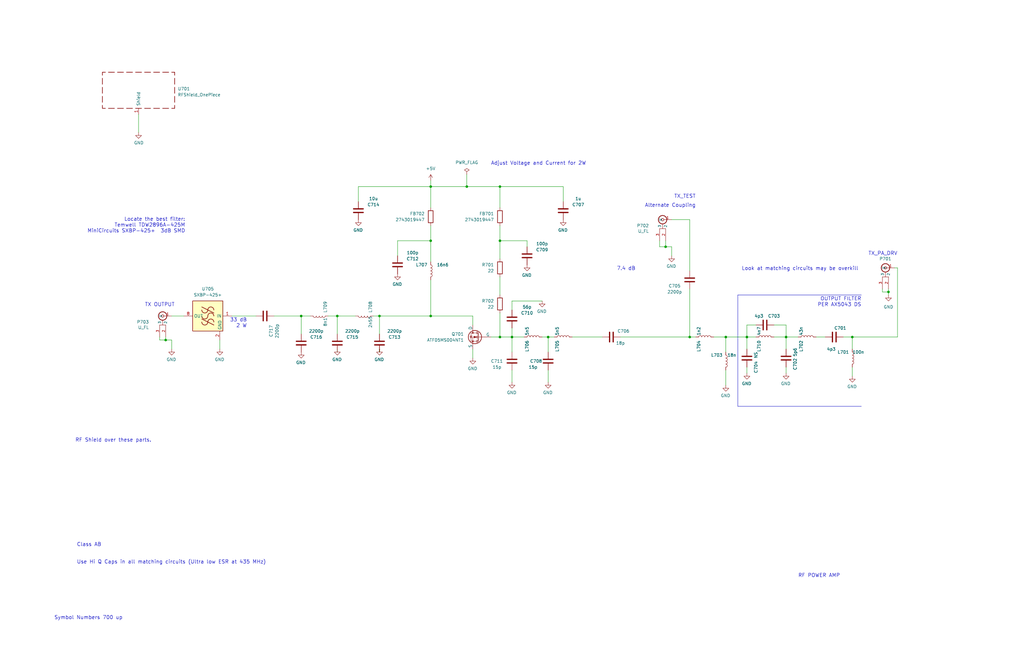
<source format=kicad_sch>
(kicad_sch (version 20230121) (generator eeschema)
  (paper "USLedger")
  (title_block (title "Radiation Tolerant PacSat Communication") (date "2023-06-17") (rev "A") (company "AMSAT-NA") (comment 1 "N5BRG"))
  (lib_symbols
    (symbol "Device:C" (pin_numbers hide) (pin_names (offset 0.254))
      (property "Reference" "C" (at 0.635 2.54 0))
      (property "Value" "C" (at 0.635 -2.54 0))
      (symbol "C_0_1"
        (polyline (pts (xy -2.032 -0.762) (xy 2.032 -0.762)) (stroke (width 0.508)))
        (polyline (pts (xy -2.032 0.762) (xy 2.032 0.762)) (stroke (width 0.508)))
      )
      (symbol "C_1_1"
        (pin passive line (at 0 3.81 270) (length 2.794) (name "~") (number "1"))
        (pin passive line (at 0 -3.81 90) (length 2.794) (name "~") (number "2"))
      )
    )
    (symbol "Device:L" (pin_numbers hide) (pin_names (offset 1.016) hide)
      (property "Reference" "L" (at -1.27 0 90))
      (property "Value" "L" (at 1.905 0 90))
      (symbol "L_0_1"
        (arc (start 0 -2.54) (mid 0.6323 -1.905) (end 0 -1.27))
        (arc (start 0 -1.27) (mid 0.6323 -0.635) (end 0 0))
        (arc (start 0 0) (mid 0.6323 0.635) (end 0 1.27))
        (arc (start 0 1.27) (mid 0.6323 1.905) (end 0 2.54))
      )
      (symbol "L_1_1"
        (pin passive line (at 0 3.81 270) (length 1.27) (name "1") (number "1"))
        (pin passive line (at 0 -3.81 90) (length 1.27) (name "2") (number "2"))
      )
    )
    (symbol "Device:R" (pin_numbers hide) (pin_names (offset 0))
      (property "Reference" "R" (at 2.032 0 90))
      (property "Value" "R" (at 0 0 90))
      (symbol "R_0_1"
        (rectangle (start -1.016 -2.54) (end 1.016 2.54) (stroke (width 0.254)))
      )
      (symbol "R_1_1"
        (pin passive line (at 0 3.81 270) (length 1.27) (name "~") (number "1"))
        (pin passive line (at 0 -3.81 90) (length 1.27) (name "~") (number "2"))
      )
    )
    (symbol "Device:RFShield_OnePiece" (pin_names (offset 1.016))
      (property "Reference" "J" (at 0 5.08 0))
      (property "Value" "RFShield_OnePiece" (at 0 2.54 0))
      (symbol "RFShield_OnePiece_0_1"
        (polyline (pts (xy -15.24 -5.08) (xy -15.24 -2.54)) (stroke (width 0.254)))
        (polyline (pts (xy -15.24 -1.27) (xy -15.24 1.27)) (stroke (width 0.254)))
        (polyline (pts (xy -15.24 2.54) (xy -15.24 5.08)) (stroke (width 0.254)))
        (polyline (pts (xy -12.7 7.62) (xy -10.16 7.62)) (stroke (width 0.254)))
        (polyline (pts (xy -10.16 -7.62) (xy -12.7 -7.62)) (stroke (width 0.254)))
        (polyline (pts (xy -6.35 -7.62) (xy -8.89 -7.62)) (stroke (width 0.254)))
        (polyline (pts (xy -6.35 7.62) (xy -8.89 7.62)) (stroke (width 0.254)))
        (polyline (pts (xy -2.54 -7.62) (xy -5.08 -7.62)) (stroke (width 0.254)))
        (polyline (pts (xy -2.54 7.62) (xy -5.08 7.62)) (stroke (width 0.254)))
        (polyline (pts (xy -1.27 -7.62) (xy 1.27 -7.62)) (stroke (width 0.254)))
        (polyline (pts (xy 1.27 7.62) (xy -1.27 7.62)) (stroke (width 0.254)))
        (polyline (pts (xy 2.54 -7.62) (xy 5.08 -7.62)) (stroke (width 0.254)))
        (polyline (pts (xy 5.08 7.62) (xy 2.54 7.62)) (stroke (width 0.254)))
        (polyline (pts (xy 6.35 -7.62) (xy 8.89 -7.62)) (stroke (width 0.254)))
        (polyline (pts (xy 8.89 7.62) (xy 6.35 7.62)) (stroke (width 0.254)))
        (polyline (pts (xy 10.16 -7.62) (xy 12.7 -7.62)) (stroke (width 0.254)))
        (polyline (pts (xy 12.7 7.62) (xy 10.16 7.62)) (stroke (width 0.254)))
        (polyline (pts (xy 15.24 -5.08) (xy 15.24 -2.54)) (stroke (width 0.254)))
        (polyline (pts (xy 15.24 -1.27) (xy 15.24 1.27)) (stroke (width 0.254)))
        (polyline (pts (xy 15.24 2.54) (xy 15.24 5.08)) (stroke (width 0.254)))
        (polyline (pts (xy -15.24 6.35) (xy -15.24 7.62) (xy -13.97 7.62)) (stroke (width 0.254)))
        (polyline (pts (xy -13.97 -7.62) (xy -15.24 -7.62) (xy -15.24 -6.35)) (stroke (width 0.254)))
        (polyline (pts (xy 13.97 -7.62) (xy 15.24 -7.62) (xy 15.24 -6.35)) (stroke (width 0.254)))
        (polyline (pts (xy 15.24 6.35) (xy 15.24 7.62) (xy 13.97 7.62)) (stroke (width 0.254)))
      )
      (symbol "RFShield_OnePiece_1_1"
        (pin passive line (at 0 -10.16 90) (length 2.54) (name "Shield") (number "1"))
      )
    )
    (symbol "PACSAT_DEV_misc:NMOS" (pin_numbers hide) (pin_names (offset 0))
      (property "Reference" "Q?" (at 6.35 1.27 0))
      (property "Value" "ATF05MS004NT1" (at 6.35 -1.27 0))
      (symbol "NMOS_0_1"
        (polyline (pts (xy 0.254 0) (xy -2.54 0)))
        (polyline (pts (xy 0.254 1.905) (xy 0.254 -1.905)) (stroke (width 0.254)))
        (polyline (pts (xy 0.762 -1.27) (xy 0.762 -2.286)) (stroke (width 0.254)))
        (polyline (pts (xy 0.762 0.508) (xy 0.762 -0.508)) (stroke (width 0.254)))
        (polyline (pts (xy 0.762 2.286) (xy 0.762 1.27)) (stroke (width 0.254)))
        (polyline (pts (xy 2.54 2.54) (xy 2.54 1.778)))
        (polyline (pts (xy 2.54 -2.54) (xy 2.54 0) (xy 0.762 0)))
        (polyline (pts (xy 0.762 -1.778) (xy 3.302 -1.778) (xy 3.302 1.778) (xy 0.762 1.778)))
        (polyline (pts (xy 1.016 0) (xy 2.032 0.381) (xy 2.032 -0.381) (xy 1.016 0)) (fill (type outline)))
        (polyline (pts (xy 2.794 0.508) (xy 2.921 0.381) (xy 3.683 0.381) (xy 3.81 0.254)))
        (polyline (pts (xy 3.302 0.381) (xy 2.921 -0.254) (xy 3.683 -0.254) (xy 3.302 0.381)))
        (circle (center 1.651 0) (radius 2.794) (stroke (width 0.254)))
        (circle (center 2.54 -1.778) (radius 0.254) (fill (type outline)))
        (circle (center 2.54 1.778) (radius 0.254) (fill (type outline)))
      )
      (symbol "NMOS_1_1"
        (pin input line (at -5.08 0 0) (length 2.54) (name "G") (number "1"))
        (pin passive line (at 2.54 -5.08 90) (length 2.54) (name "S") (number "2"))
        (pin passive line (at 2.54 5.08 270) (length 2.54) (name "D") (number "3"))
      )
    )
    (symbol "PACSAT_DEV_misc:U_FL"
      (property "Reference" "U" (at -3.81 2.54 0))
      (symbol "U_FL_0_1"
        (polyline (pts (xy -1.27 -3.81) (xy 1.27 -3.81)))
        (polyline (pts (xy 0 -3.81) (xy 0 -1.778)))
        (circle (center 0 0) (radius 0.508) (stroke (width 0.2032)))
        (circle (center 0 0) (radius 1.778) (stroke (width 0.3048)))
      )
      (symbol "U_FL_1_1"
        (pin bidirectional line (at -3.81 0 0) (length 3.302) (name "In") (number "1"))
        (pin power_in line (at -1.27 -8.89 90) (length 5.08) (name "2") (number "2"))
        (pin power_in line (at 1.27 -8.89 90) (length 5.08) (name "3") (number "3"))
      )
    )
    (symbol "RF_Filter:SXBP-202"
      (property "Reference" "U" (at -6.35 7.62 0))
      (property "Value" "SXBP-202" (at 6.35 7.62 0))
      (symbol "SXBP-202_0_1"
        (rectangle (start -6.35 6.35) (end 6.35 -6.35) (stroke (width 0.254)) (fill (type background)))
        (arc (start 0 -2.54) (mid -1.27 -1.2755) (end -2.54 -2.54) (stroke (width 0.254)))
        (arc (start 0 -2.54) (mid 1.27 -3.8045) (end 2.54 -2.54) (stroke (width 0.254)))
        (arc (start 0 0) (mid -1.27 1.2645) (end -2.54 0) (stroke (width 0.254)))
        (polyline (pts (xy -2.54 -3.81) (xy 2.54 -1.27)) (stroke (width 0.254)))
        (polyline (pts (xy -2.54 1.27) (xy 2.54 3.81)) (stroke (width 0.254)))
        (arc (start 0 0) (mid 1.27 -1.2645) (end 2.54 0) (stroke (width 0.254)))
        (arc (start 0 2.54) (mid -1.27 3.8045) (end -2.54 2.54) (stroke (width 0.254)))
        (arc (start 0 2.54) (mid 1.27 1.2755) (end 2.54 2.54) (stroke (width 0.254)))
      )
      (symbol "SXBP-202_1_1"
        (pin input line (at -10.16 0 0) (length 3.81) (name "IN") (number "1"))
        (pin power_in line (at -5.08 -10.16 90) (length 3.81) (name "GND") (number "2"))
        (pin passive line (at -5.08 -10.16 90) (length 3.81) hide (name "GND") (number "3"))
        (pin passive line (at -5.08 -10.16 90) (length 3.81) hide (name "GND") (number "4"))
        (pin passive line (at -5.08 -10.16 90) (length 3.81) hide (name "GND") (number "5"))
        (pin passive line (at -5.08 -10.16 90) (length 3.81) hide (name "GND") (number "6"))
        (pin passive line (at -5.08 -10.16 90) (length 3.81) hide (name "GND") (number "7"))
        (pin output line (at 10.16 0 180) (length 3.81) (name "OUT") (number "8"))
      )
    )
    (symbol "power:+5V" (power) (pin_names (offset 0))
      (property "Value" "+5V" (at 0 3.556 0))
      (symbol "+5V_0_1"
        (polyline (pts (xy -0.762 1.27) (xy 0 2.54)))
        (polyline (pts (xy 0 0) (xy 0 2.54)))
        (polyline (pts (xy 0 2.54) (xy 0.762 1.27)))
      )
      (symbol "+5V_1_1"
        (pin power_in line (at 0 0 90) (length 0) hide (name "+5V") (number "1"))
      )
    )
    (symbol "power:GND" (power) (pin_names (offset 0))
      (property "Value" "GND" (at 0 -3.81 0))
      (symbol "GND_0_1"
        (polyline (pts (xy 0 0) (xy 0 -1.27) (xy 1.27 -1.27) (xy 0 -2.54) (xy -1.27 -1.27) (xy 0 -1.27)))
      )
      (symbol "GND_1_1"
        (pin power_in line (at 0 0 270) (length 0) hide (name "GND") (number "1"))
      )
    )
    (symbol "power:PWR_FLAG" (power) (pin_numbers hide) (pin_names (offset 0) hide)
      (property "Value" "PWR_FLAG" (at 0 3.81 0))
      (symbol "PWR_FLAG_0_0"
        (pin power_out line (at 0 0 90) (length 0) (name "pwr") (number "1"))
      )
      (symbol "PWR_FLAG_0_1"
        (polyline (pts (xy 0 0) (xy 0 1.27) (xy -1.016 1.905) (xy 0 2.54) (xy 1.016 1.905) (xy 0 1.27)))
      )
    )
  )
  (junction (at 127 133.35))
  (junction (at 314.96 142.24))
  (junction (at 142.24 133.35))
  (junction (at 231.14 142.24))
  (junction (at 306.07 142.24))
  (junction (at 215.9 142.24))
  (junction (at 181.61 101.6))
  (junction (at 181.61 133.35))
  (junction (at 210.82 142.24))
  (junction (at 69.85 143.51))
  (junction (at 331.47 142.24))
  (junction (at 160.02 133.35))
  (junction (at 210.82 78.74))
  (junction (at 359.41 142.24))
  (junction (at 181.61 78.74))
  (junction (at 210.82 101.6))
  (junction (at 290.83 142.24))
  (junction (at 280.67 104.14))
  (junction (at 196.85 78.74))
  (junction (at 374.65 123.19))
  (wire (pts (xy 210.82 101.6) (xy 210.82 109.22)))
  (wire (pts (xy 69.85 143.51) (xy 69.85 142.24)))
  (wire (pts (xy 210.82 116.84) (xy 210.82 124.46)))
  (wire (pts (xy 378.46 142.24) (xy 359.41 142.24)))
  (wire (pts (xy 378.46 113.03) (xy 378.46 142.24)))
  (wire (pts (xy 199.39 147.32) (xy 199.39 151.13)))
  (wire (pts (xy 142.24 133.35) (xy 138.43 133.35)))
  (wire (pts (xy 293.37 142.24) (xy 290.83 142.24)))
  (wire (pts (xy 237.49 78.74) (xy 210.82 78.74)))
  (wire (pts (xy 233.68 142.24) (xy 231.14 142.24)))
  (wire (pts (xy 372.11 121.92) (xy 372.11 123.19)))
  (wire (pts (xy 181.61 78.74) (xy 181.61 87.63)))
  (wire (pts (xy 359.41 142.24) (xy 359.41 147.32)))
  (wire (pts (xy 331.47 137.16) (xy 326.39 137.16)))
  (polyline (pts (xy 311.15 124.46) (xy 311.15 171.45)))
  (wire (pts (xy 254 142.24) (xy 241.3 142.24)))
  (wire (pts (xy 92.71 147.32) (xy 92.71 143.51)))
  (wire (pts (xy 347.98 142.24) (xy 344.17 142.24)))
  (wire (pts (xy 67.31 143.51) (xy 67.31 142.24)))
  (wire (pts (xy 127 133.35) (xy 127 140.97)))
  (wire (pts (xy 210.82 142.24) (xy 207.01 142.24)))
  (wire (pts (xy 160.02 140.97) (xy 160.02 133.35)))
  (wire (pts (xy 290.83 142.24) (xy 261.62 142.24)))
  (wire (pts (xy 374.65 121.92) (xy 374.65 123.19)))
  (wire (pts (xy 359.41 154.94) (xy 359.41 158.75)))
  (wire (pts (xy 77.47 133.35) (xy 72.39 133.35)))
  (wire (pts (xy 215.9 142.24) (xy 210.82 142.24)))
  (wire (pts (xy 215.9 142.24) (xy 215.9 138.43)))
  (wire (pts (xy 278.13 104.14) (xy 278.13 101.6)))
  (wire (pts (xy 181.61 133.35) (xy 160.02 133.35)))
  (wire (pts (xy 306.07 142.24) (xy 306.07 148.59)))
  (wire (pts (xy 280.67 104.14) (xy 278.13 104.14)))
  (wire (pts (xy 151.13 78.74) (xy 181.61 78.74)))
  (wire (pts (xy 72.39 143.51) (xy 69.85 143.51)))
  (wire (pts (xy 222.25 101.6) (xy 210.82 101.6)))
  (wire (pts (xy 167.64 101.6) (xy 167.64 107.95)))
  (wire (pts (xy 374.65 123.19) (xy 372.11 123.19)))
  (wire (pts (xy 107.95 133.35) (xy 97.79 133.35)))
  (wire (pts (xy 280.67 104.14) (xy 280.67 101.6)))
  (wire (pts (xy 196.85 73.66) (xy 196.85 78.74)))
  (wire (pts (xy 290.83 121.92) (xy 290.83 142.24)))
  (wire (pts (xy 314.96 154.94) (xy 314.96 157.48)))
  (wire (pts (xy 181.61 95.25) (xy 181.61 101.6)))
  (wire (pts (xy 359.41 142.24) (xy 355.6 142.24)))
  (wire (pts (xy 215.9 127) (xy 228.6 127)))
  (wire (pts (xy 306.07 142.24) (xy 300.99 142.24)))
  (wire (pts (xy 160.02 148.59) (xy 160.02 147.32)))
  (wire (pts (xy 314.96 142.24) (xy 306.07 142.24)))
  (wire (pts (xy 199.39 133.35) (xy 181.61 133.35)))
  (wire (pts (xy 331.47 142.24) (xy 331.47 147.32)))
  (wire (pts (xy 318.77 142.24) (xy 314.96 142.24)))
  (wire (pts (xy 151.13 85.09) (xy 151.13 78.74)))
  (wire (pts (xy 210.82 132.08) (xy 210.82 142.24)))
  (wire (pts (xy 231.14 142.24) (xy 228.6 142.24)))
  (wire (pts (xy 215.9 130.81) (xy 215.9 127)))
  (wire (pts (xy 181.61 101.6) (xy 167.64 101.6)))
  (wire (pts (xy 142.24 133.35) (xy 142.24 140.97)))
  (wire (pts (xy 283.21 104.14) (xy 280.67 104.14)))
  (wire (pts (xy 181.61 101.6) (xy 181.61 110.49)))
  (wire (pts (xy 283.21 92.71) (xy 290.83 92.71)))
  (wire (pts (xy 237.49 78.74) (xy 237.49 85.09)))
  (wire (pts (xy 181.61 118.11) (xy 181.61 133.35)))
  (wire (pts (xy 374.65 123.19) (xy 374.65 124.46)))
  (wire (pts (xy 331.47 137.16) (xy 331.47 142.24)))
  (wire (pts (xy 215.9 156.21) (xy 215.9 161.29)))
  (wire (pts (xy 127 133.35) (xy 115.57 133.35)))
  (wire (pts (xy 314.96 142.24) (xy 314.96 147.32)))
  (wire (pts (xy 196.85 78.74) (xy 181.61 78.74)))
  (wire (pts (xy 290.83 92.71) (xy 290.83 114.3)))
  (wire (pts (xy 318.77 137.16) (xy 314.96 137.16)))
  (wire (pts (xy 199.39 137.16) (xy 199.39 133.35)))
  (wire (pts (xy 220.98 142.24) (xy 215.9 142.24)))
  (wire (pts (xy 336.55 142.24) (xy 331.47 142.24)))
  (wire (pts (xy 130.81 133.35) (xy 127 133.35)))
  (polyline (pts (xy 363.22 124.46) (xy 311.15 124.46)))
  (wire (pts (xy 181.61 78.74) (xy 181.61 76.2)))
  (wire (pts (xy 377.19 113.03) (xy 378.46 113.03)))
  (wire (pts (xy 160.02 133.35) (xy 157.48 133.35)))
  (wire (pts (xy 222.25 104.14) (xy 222.25 101.6)))
  (wire (pts (xy 210.82 78.74) (xy 196.85 78.74)))
  (wire (pts (xy 231.14 156.21) (xy 231.14 161.29)))
  (wire (pts (xy 58.42 48.26) (xy 58.42 55.88)))
  (wire (pts (xy 149.86 133.35) (xy 142.24 133.35)))
  (wire (pts (xy 331.47 142.24) (xy 326.39 142.24)))
  (wire (pts (xy 210.82 95.25) (xy 210.82 101.6)))
  (wire (pts (xy 231.14 142.24) (xy 231.14 148.59)))
  (wire (pts (xy 331.47 154.94) (xy 331.47 157.48)))
  (wire (pts (xy 215.9 142.24) (xy 215.9 148.59)))
  (wire (pts (xy 283.21 104.14) (xy 283.21 107.95)))
  (wire (pts (xy 306.07 156.21) (xy 306.07 162.56)))
  (wire (pts (xy 314.96 137.16) (xy 314.96 142.24)))
  (polyline (pts (xy 311.15 171.45) (xy 363.22 171.45)))
  (wire (pts (xy 142.24 148.59) (xy 142.24 147.32)))
  (wire (pts (xy 72.39 143.51) (xy 72.39 147.32)))
  (wire (pts (xy 210.82 78.74) (xy 210.82 87.63)))
  (wire (pts (xy 69.85 143.51) (xy 67.31 143.51)))
  (text "Alternate Coupling" (at 293.37 87.63 0) (effects (font (size 1.524 1.524)) (justify right bottom)))
  (text "Adjust Voltage and Current for 2W" (at 207.01 69.85 0) (effects (font (size 1.524 1.524)) (justify left bottom)))
  (text "Symbol Numbers 700 up" (at 22.86 261.62 0) (effects (font (size 1.524 1.524)) (justify left bottom)))
  (text "RF Shield over these parts." (at 31.75 186.69 0) (effects (font (size 1.524 1.524)) (justify left bottom)))
  (text "33 dB\n2 W" (at 104.14 138.43 0) (effects (font (size 1.524 1.524)) (justify right bottom)))
  (text "RF POWER AMP" (at 336.55 243.84 0) (effects (font (size 1.524 1.524)) (justify left bottom)))
  (text "7.4 dB" (at 267.97 114.3 0) (effects (font (size 1.524 1.524)) (justify right bottom)))
  (text "OUTPUT FILTER\nPER AX5043 DS" (at 363.22 129.54 0) (effects (font (size 1.524 1.524)) (justify right bottom)))
  (text "TX_TEST" (at 293.37 83.82 0) (effects (font (size 1.524 1.524)) (justify right bottom)))
  (text "TX_PA_DRV" (at 378.46 107.95 0) (effects (font (size 1.524 1.524)) (justify right bottom)))
  (text "Locate the best filter:\nTemwell TDW2896A-425M\nMiniCircuits SXBP-425+  3dB SMD" (at 78.105 98.425 0) (effects (font (size 1.524 1.524)) (justify right bottom)))
  (text "Look at matching circuits may be overkill" (at 361.95 114.3 0) (effects (font (size 1.524 1.524)) (justify right bottom)))
  (text "TX OUTPUT" (at 73.66 129.54 0) (effects (font (size 1.524 1.524)) (justify right bottom)))
  (text "\nClass AB \n\n\nUse Hi Q Caps in all matching circuits (Ultra low ESR at 435 MHz)" (at 32.385 238.125 0) (effects (font (size 1.524 1.524)) (justify left bottom)))
  (symbol (lib_id "PACSAT_DEV_misc:U_FL") (at 373.38 113.03 0) (mirror y) (unit 1)
    (property "Reference" "P701" (at 375.92 109.22 0) (effects (justify left)))
    (property "Value" "~" (at 373.38 113.03 0))
    (property "Footprint" "PacSatDev_misc:U_FL" (effects hide))
  )
  (symbol (lib_id "Device:L") (at 359.41 151.13 0) (mirror x) (unit 1)
    (property "Reference" "L701" (at 355.6 148.59 0))
    (property "Value" "100n" (at 361.95 148.59 0))
    (property "Footprint" "PacSatDev_murata:L_0603" (effects hide))
  )
  (symbol (lib_id "power:GND") (at 237.49 92.71 0) (mirror y) (unit 1)
    (property "Reference" "#PWR0156" (effects hide))
    (property "Value" "GND" (at 237.363 97.1042 0))
  )
  (symbol (lib_id "Device:C") (at 127 144.78 0) (mirror y) (unit 1)
    (property "Reference" "C716" (at 133.35 142.24 0))
    (property "Value" "2200p" (at 133.35 139.7 0))
    (property "Footprint" "Capacitor_SMD:C_0603_1608Metric_Pad1.08x0.95mm_HandSolder" (effects hide))
  )
  (symbol (lib_id "Device:C") (at 167.64 111.76 0) (mirror y) (unit 1)
    (property "Reference" "C712" (at 173.99 109.22 0))
    (property "Value" "100p" (at 173.99 106.68 0))
    (property "Footprint" "Capacitor_SMD:C_0603_1608Metric_Pad1.08x0.95mm_HandSolder" (effects hide))
  )
  (symbol (lib_id "Device:L") (at 153.67 133.35 90) (mirror x) (unit 1)
    (property "Reference" "L708" (at 156.21 129.54 0))
    (property "Value" "2n55" (at 156.21 135.89 0))
    (property "Footprint" "PacSatDev_misc:L_Murata_LQH2MCNxxxx02_2.0x1.6mm" (effects hide))
  )
  (symbol (lib_id "PACSAT_DEV_misc:NMOS") (at 201.93 142.24 0) (mirror y) (unit 1)
    (property "Reference" "Q701" (at 195.58 140.97 0) (effects (justify left)))
    (property "Value" "ATF05MS004NT1" (at 195.58 143.51 0) (effects (justify left)))
    (property "Footprint" "Package_TO_SOT_SMD:SOT-89-3" (effects hide))
    (property "Datasheet" "https://ngspice.sourceforge.io/docs/ngspice-manual.pdf" (effects hide))
    (property "Sim.Device" "NMOS" (effects hide))
    (property "Sim.Type" "VDMOS" (effects hide))
    (property "Sim.Pins" "3=D 1=G 2=S" (effects hide))
  )
  (symbol (lib_id "Device:C") (at 231.14 152.4 0) (mirror y) (unit 1)
    (property "Reference" "C708" (at 226.06 152.4 0))
    (property "Value" "15p" (at 224.79 154.94 0))
    (property "Footprint" "Capacitor_SMD:C_0603_1608Metric_Pad1.08x0.95mm_HandSolder" (effects hide))
  )
  (symbol (lib_id "Device:C") (at 142.24 144.78 0) (mirror y) (unit 1)
    (property "Reference" "C715" (at 148.59 142.24 0))
    (property "Value" "2200p" (at 148.59 139.7 0))
    (property "Footprint" "Capacitor_SMD:C_0603_1608Metric_Pad1.08x0.95mm_HandSolder" (effects hide))
  )
  (symbol (lib_id "power:GND") (at 331.47 157.48 0) (mirror y) (unit 1)
    (property "Reference" "#PWR0152" (effects hide))
    (property "Value" "GND" (at 331.343 161.8742 0))
  )
  (symbol (lib_id "power:GND") (at 374.65 124.46 0) (mirror y) (unit 1)
    (property "Reference" "#PWR0150" (effects hide))
    (property "Value" "GND" (at 374.65 129.54 0))
  )
  (symbol (lib_id "power:GND") (at 167.64 115.57 0) (mirror y) (unit 1)
    (property "Reference" "#PWR0194" (effects hide))
    (property "Value" "GND" (at 167.513 119.9642 0))
  )
  (symbol (lib_id "power:GND") (at 231.14 161.29 0) (mirror y) (unit 1)
    (property "Reference" "#PWR0157" (effects hide))
    (property "Value" "GND" (at 231.013 165.6842 0))
  )
  (symbol (lib_id "Device:RFShield_OnePiece") (at 58.42 38.1 0) (unit 1)
    (property "Reference" "U701" (at 74.93 37.465 0) (effects (justify left)))
    (property "Value" "RFShield_OnePiece" (at 74.93 40.005 0) (effects (justify left)))
    (property "Footprint" "PacSatDev_misc:RF_SHIELD_PAD" (effects hide))
  )
  (symbol (lib_id "PACSAT_DEV_misc:U_FL") (at 68.58 133.35 0) (mirror y) (unit 1)
    (property "Reference" "P703" (at 62.8142 135.8646 0) (effects (justify left)))
    (property "Value" "U_FL" (at 62.8142 138.176 0) (effects (justify left)))
    (property "Footprint" "PacSatDev_misc:U_FL" (effects hide))
  )
  (symbol (lib_id "power:GND") (at 283.21 107.95 0) (mirror y) (unit 1)
    (property "Reference" "#PWR0155" (effects hide))
    (property "Value" "GND" (at 283.083 112.3442 0))
  )
  (symbol (lib_id "power:GND") (at 222.25 111.76 0) (mirror y) (unit 1)
    (property "Reference" "#PWR0159" (effects hide))
    (property "Value" "GND" (at 222.123 116.1542 0))
  )
  (symbol (lib_id "power:GND") (at 215.9 161.29 0) (mirror y) (unit 1)
    (property "Reference" "#PWR0160" (effects hide))
    (property "Value" "GND" (at 215.773 165.6842 0))
  )
  (symbol (lib_id "power:GND") (at 72.39 147.32 0) (mirror y) (unit 1)
    (property "Reference" "#PWR0200" (effects hide))
    (property "Value" "GND" (at 72.263 151.7142 0))
  )
  (symbol (lib_id "Device:C") (at 237.49 88.9 0) (mirror y) (unit 1)
    (property "Reference" "C707" (at 243.84 86.36 0))
    (property "Value" "1u" (at 243.84 83.82 0))
    (property "Footprint" "Capacitor_SMD:C_0603_1608Metric_Pad1.08x0.95mm_HandSolder" (effects hide))
  )
  (symbol (lib_id "power:GND") (at 151.13 92.71 0) (mirror y) (unit 1)
    (property "Reference" "#PWR0196" (effects hide))
    (property "Value" "GND" (at 151.003 97.1042 0))
  )
  (symbol (lib_id "Device:C") (at 151.13 88.9 0) (mirror y) (unit 1)
    (property "Reference" "C714" (at 157.48 86.36 0))
    (property "Value" "10u" (at 157.48 83.82 0))
    (property "Footprint" "Capacitor_SMD:C_0603_1608Metric_Pad1.08x0.95mm_HandSolder" (effects hide))
  )
  (symbol (lib_id "Device:C") (at 331.47 151.13 0) (mirror x) (unit 1)
    (property "Reference" "C702" (at 335.28 153.67 90))
    (property "Value" "5p6" (at 335.28 148.59 90))
    (property "Footprint" "Capacitor_SMD:C_0603_1608Metric_Pad1.08x0.95mm_HandSolder" (effects hide))
  )
  (symbol (lib_id "power:GND") (at 228.6 127 0) (mirror y) (unit 1)
    (property "Reference" "#PWR0158" (effects hide))
    (property "Value" "GND" (at 228.473 131.3942 0))
  )
  (symbol (lib_id "Device:C") (at 314.96 151.13 0) (mirror y) (unit 1)
    (property "Reference" "C704" (at 318.77 154.94 90))
    (property "Value" "NS" (at 318.77 149.86 90))
    (property "Footprint" "Capacitor_SMD:C_0603_1608Metric_Pad1.08x0.95mm_HandSolder" (effects hide))
  )
  (symbol (lib_id "power:GND") (at 160.02 147.32 0) (mirror y) (unit 1)
    (property "Reference" "#PWR0195" (effects hide))
    (property "Value" "GND" (at 159.893 151.7142 0))
  )
  (symbol (lib_id "power:GND") (at 142.24 147.32 0) (mirror y) (unit 1)
    (property "Reference" "#PWR0197" (effects hide))
    (property "Value" "GND" (at 142.113 151.7142 0))
  )
  (symbol (lib_id "Device:R") (at 210.82 91.44 0) (mirror y) (unit 1)
    (property "Reference" "FB701" (at 208.28 90.17 0) (effects (justify left)))
    (property "Value" "2743019447" (at 208.28 92.71 0) (effects (justify left)))
    (property "Footprint" "Resistor_SMD:R_0603_1608Metric_Pad0.98x0.95mm_HandSolder" (effects hide))
  )
  (symbol (lib_id "power:GND") (at 306.07 162.56 0) (mirror y) (unit 1)
    (property "Reference" "#PWR0154" (effects hide))
    (property "Value" "GND" (at 305.943 166.9542 0))
  )
  (symbol (lib_id "Device:C") (at 290.83 118.11 0) (mirror x) (unit 1)
    (property "Reference" "C705" (at 284.48 120.65 0))
    (property "Value" "2200p" (at 284.48 123.19 0))
    (property "Footprint" "Capacitor_SMD:C_0603_1608Metric_Pad1.08x0.95mm_HandSolder" (effects hide))
  )
  (symbol (lib_id "Device:L") (at 181.61 114.3 0) (mirror x) (unit 1)
    (property "Reference" "L707" (at 177.8 111.76 0))
    (property "Value" "16n6" (at 186.69 111.76 0))
    (property "Footprint" "PacSatDev_misc:L_Murata_LQH2MCNxxxx02_2.0x1.6mm" (effects hide))
  )
  (symbol (lib_id "Device:L") (at 322.58 142.24 270) (mirror x) (unit 1)
    (property "Reference" "L710" (at 320.04 146.05 0))
    (property "Value" "4n7" (at 320.04 139.7 0))
    (property "Footprint" "Inductor_SMD:L_0201_0603Metric_Pad0.64x0.40mm_HandSolder" (effects hide))
  )
  (symbol (lib_id "Device:C") (at 351.79 142.24 270) (mirror x) (unit 1)
    (property "Reference" "C701" (at 354.33 138.43 90))
    (property "Value" "4p3" (at 350.52 147.32 90))
    (property "Footprint" "Capacitor_SMD:C_0603_1608Metric_Pad1.08x0.95mm_HandSolder" (effects hide))
  )
  (symbol (lib_id "power:GND") (at 314.96 157.48 0) (mirror y) (unit 1)
    (property "Reference" "#PWR0153" (effects hide))
    (property "Value" "GND" (at 314.833 161.8742 0))
  )
  (symbol (lib_id "Device:L") (at 134.62 133.35 90) (mirror x) (unit 1)
    (property "Reference" "L709" (at 137.16 129.54 0))
    (property "Value" "8n1" (at 137.16 135.89 0))
    (property "Footprint" "PacSatDev_misc:L_Murata_LQH2MCNxxxx02_2.0x1.6mm" (effects hide))
  )
  (symbol (lib_id "Device:L") (at 340.36 142.24 270) (mirror x) (unit 1)
    (property "Reference" "L702" (at 337.82 146.05 0))
    (property "Value" "43n" (at 337.82 139.7 0))
    (property "Footprint" "PacSatDev_misc:L_Murata_LQH2MCNxxxx02_2.0x1.6mm" (effects hide))
  )
  (symbol (lib_id "power:GND") (at 92.71 147.32 0) (mirror y) (unit 1)
    (property "Reference" "#PWR0199" (effects hide))
    (property "Value" "GND" (at 92.583 151.7142 0))
  )
  (symbol (lib_id "Device:C") (at 215.9 152.4 0) (mirror y) (unit 1)
    (property "Reference" "C711" (at 209.55 152.4 0))
    (property "Value" "15p" (at 209.55 154.94 0))
    (property "Footprint" "Capacitor_SMD:C_0603_1608Metric_Pad1.08x0.95mm_HandSolder" (effects hide))
  )
  (symbol (lib_id "Device:R") (at 210.82 128.27 0) (mirror y) (unit 1)
    (property "Reference" "R702" (at 208.28 127 0) (effects (justify left)))
    (property "Value" "22" (at 208.28 129.54 0) (effects (justify left)))
    (property "Footprint" "Resistor_SMD:R_0603_1608Metric_Pad0.98x0.95mm_HandSolder" (effects hide))
  )
  (symbol (lib_id "Device:C") (at 215.9 134.62 0) (mirror y) (unit 1)
    (property "Reference" "C710" (at 222.25 132.08 0))
    (property "Value" "56p" (at 222.25 129.54 0))
    (property "Footprint" "Capacitor_SMD:C_0603_1608Metric_Pad1.08x0.95mm_HandSolder" (effects hide))
  )
  (symbol (lib_id "RF_Filter:SXBP-202") (at 87.63 133.35 0) (mirror y) (unit 1)
    (property "Reference" "U705" (at 87.63 121.92 0))
    (property "Value" "SXBP-425+" (at 87.63 124.46 0))
    (property "Footprint" "PacSatDev_misc:Mini-Circuits_HF1139_LandPatternPL-230" (effects hide))
    (property "Datasheet" "https://www.minicircuits.com/pdfs/SXBP-202+.pdf" (effects hide))
  )
  (symbol (lib_id "power:GND") (at 359.41 158.75 0) (mirror y) (unit 1)
    (property "Reference" "#PWR0151" (effects hide))
    (property "Value" "GND" (at 359.283 163.1442 0))
  )
  (symbol (lib_id "PACSAT_DEV_misc:U_FL") (at 279.4 92.71 0) (mirror y) (unit 1)
    (property "Reference" "P702" (at 273.6342 95.2246 0) (effects (justify left)))
    (property "Value" "U_FL" (at 273.6342 97.536 0) (effects (justify left)))
    (property "Footprint" "PacSatDev_misc:U_FL" (effects hide))
  )
  (symbol (lib_id "power:GND") (at 58.42 55.88 0) (unit 1)
    (property "Reference" "#PWR0701" (effects hide))
    (property "Value" "GND" (at 58.547 60.2742 0))
  )
  (symbol (lib_id "Device:C") (at 111.76 133.35 270) (mirror x) (unit 1)
    (property "Reference" "C717" (at 114.3 139.7 0))
    (property "Value" "2200p" (at 116.84 139.7 0))
    (property "Footprint" "Capacitor_SMD:C_0603_1608Metric_Pad1.08x0.95mm_HandSolder" (effects hide))
  )
  (symbol (lib_id "power:+5V") (at 181.61 76.2 0) (mirror y) (unit 1)
    (property "Reference" "#PWR0193" (effects hide))
    (property "Value" "+5V" (at 181.61 71.12 0))
  )
  (symbol (lib_id "power:GND") (at 199.39 151.13 0) (mirror y) (unit 1)
    (property "Reference" "#PWR0161" (effects hide))
    (property "Value" "GND" (at 199.263 155.5242 0))
  )
  (symbol (lib_id "Device:R") (at 210.82 113.03 0) (mirror y) (unit 1)
    (property "Reference" "R701" (at 208.28 111.76 0) (effects (justify left)))
    (property "Value" "22" (at 208.28 114.3 0) (effects (justify left)))
    (property "Footprint" "Resistor_SMD:R_0603_1608Metric_Pad0.98x0.95mm_HandSolder" (effects hide))
  )
  (symbol (lib_id "Device:C") (at 160.02 144.78 0) (mirror y) (unit 1)
    (property "Reference" "C713" (at 166.37 142.24 0))
    (property "Value" "2200p" (at 166.37 139.7 0))
    (property "Footprint" "Capacitor_SMD:C_0603_1608Metric_Pad1.08x0.95mm_HandSolder" (effects hide))
  )
  (symbol (lib_id "Device:L") (at 306.07 152.4 0) (mirror x) (unit 1)
    (property "Reference" "L703" (at 302.26 149.86 0))
    (property "Value" "18n" (at 308.61 149.86 0))
    (property "Footprint" "PacSatDev_murata:L_0603" (effects hide))
  )
  (symbol (lib_id "Device:C") (at 257.81 142.24 90) (mirror x) (unit 1)
    (property "Reference" "C706" (at 262.89 139.7 90))
    (property "Value" "18p" (at 261.62 144.78 90))
    (property "Footprint" "Capacitor_SMD:C_0603_1608Metric_Pad1.08x0.95mm_HandSolder" (effects hide))
  )
  (symbol (lib_id "Device:R") (at 181.61 91.44 0) (mirror y) (unit 1)
    (property "Reference" "FB702" (at 179.07 90.17 0) (effects (justify left)))
    (property "Value" "2743019447" (at 179.07 92.71 0) (effects (justify left)))
    (property "Footprint" "Resistor_SMD:R_0603_1608Metric_Pad0.98x0.95mm_HandSolder" (effects hide))
  )
  (symbol (lib_id "power:PWR_FLAG") (at 196.85 73.66 0) (unit 1)
    (property "Reference" "#FLG0701" (effects hide))
    (property "Value" "PWR_FLAG" (at 196.85 68.58 0))
  )
  (symbol (lib_id "Device:C") (at 322.58 137.16 270) (mirror x) (unit 1)
    (property "Reference" "C703" (at 326.39 133.35 90))
    (property "Value" "4p3" (at 320.04 133.35 90))
    (property "Footprint" "Capacitor_SMD:C_0603_1608Metric_Pad1.08x0.95mm_HandSolder" (effects hide))
  )
  (symbol (lib_id "Device:C") (at 222.25 107.95 0) (mirror y) (unit 1)
    (property "Reference" "C709" (at 228.6 105.41 0))
    (property "Value" "100p" (at 228.6 102.87 0))
    (property "Footprint" "Capacitor_SMD:C_0603_1608Metric_Pad1.08x0.95mm_HandSolder" (effects hide))
  )
  (symbol (lib_id "Device:L") (at 224.79 142.24 270) (mirror x) (unit 1)
    (property "Reference" "L706" (at 222.25 146.05 0))
    (property "Value" "5n5" (at 222.25 139.7 0))
    (property "Footprint" "PacSatDev_misc:L_Murata_LQH2MCNxxxx02_2.0x1.6mm" (effects hide))
  )
  (symbol (lib_id "power:GND") (at 127 148.59 0) (mirror y) (unit 1)
    (property "Reference" "#PWR0198" (effects hide))
    (property "Value" "GND" (at 126.873 152.9842 0))
  )
  (symbol (lib_id "Device:L") (at 237.49 142.24 270) (mirror x) (unit 1)
    (property "Reference" "L705" (at 234.95 146.05 0))
    (property "Value" "5n5" (at 234.95 139.7 0))
    (property "Footprint" "PacSatDev_misc:L_Murata_LQH2MCNxxxx02_2.0x1.6mm" (effects hide))
  )
  (symbol (lib_id "Device:L") (at 297.18 142.24 270) (mirror x) (unit 1)
    (property "Reference" "L704" (at 294.64 146.05 0))
    (property "Value" "1n2" (at 294.64 139.7 0))
    (property "Footprint" "PacSatDev_misc:L_Murata_LQH2MCNxxxx02_2.0x1.6mm" (effects hide))
  )
)
</source>
